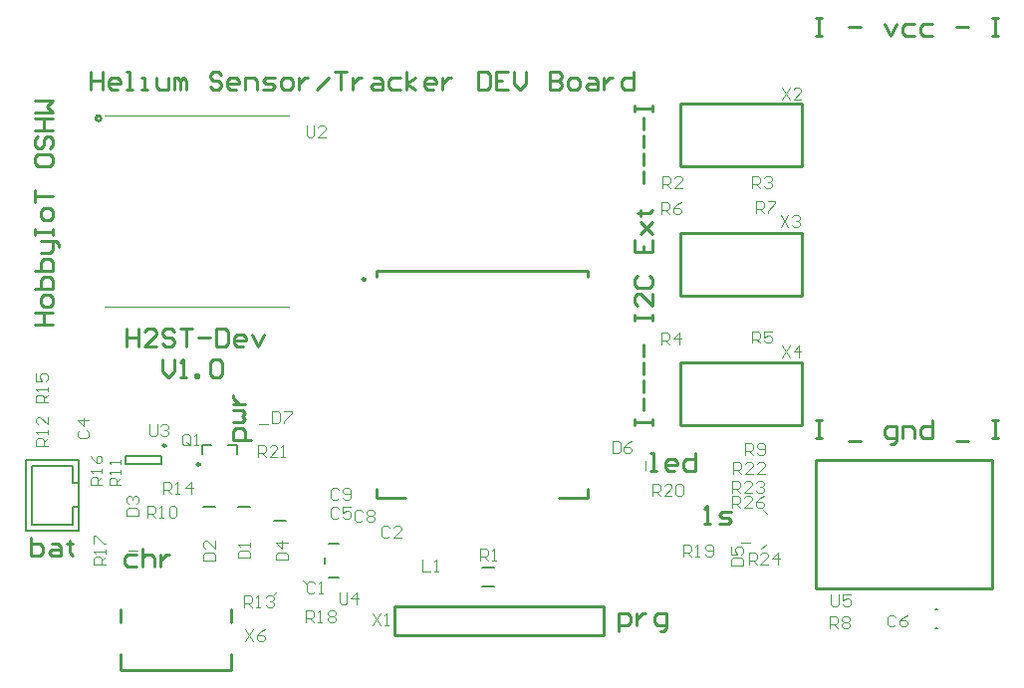
<source format=gto>
G04*
G04 #@! TF.GenerationSoftware,Altium Limited,CircuitMaker,2.2.1 (2.2.1.6)*
G04*
G04 Layer_Color=15132400*
%FSLAX44Y44*%
%MOMM*%
G71*
G04*
G04 #@! TF.SameCoordinates,4DC394B6-E11D-4AB0-B304-EE3890279FAF*
G04*
G04*
G04 #@! TF.FilePolarity,Positive*
G04*
G01*
G75*
%ADD10C,0.2500*%
%ADD11C,0.2540*%
%ADD12C,0.1000*%
%ADD13C,0.2000*%
%ADD14C,0.2032*%
D10*
X126310Y176940D02*
G03*
X126310Y176940I-1250J0D01*
G01*
X155250Y161000D02*
G03*
X155250Y161000I-1250J0D01*
G01*
X295920Y318370D02*
G03*
X295920Y318370I-1250J0D01*
G01*
D11*
X71136Y455300D02*
G03*
X71136Y455300I-2236J0D01*
G01*
X679070Y164610D02*
X828930D01*
X679070Y55390D02*
X828930D01*
X679070D02*
Y164610D01*
X828930Y55390D02*
Y164610D01*
X305000Y320148D02*
Y325330D01*
X484832D01*
X485000Y132450D02*
Y139950D01*
X460000Y132450D02*
X485000D01*
X305000D02*
X330000D01*
X305000D02*
Y139950D01*
X484832Y320148D02*
Y325330D01*
X181990Y26670D02*
Y38100D01*
X88010Y26670D02*
Y38100D01*
Y-13970D02*
X182000D01*
X88000Y-13960D02*
X88010Y-13970D01*
X88000Y-13960D02*
Y0D01*
X182000Y-13970D02*
Y0D01*
X320554Y40192D02*
X421900D01*
X320300Y15808D02*
X421900D01*
X320300D02*
Y40192D01*
X498100Y15808D02*
Y40192D01*
X422154D02*
X498100D01*
X421900Y15808D02*
X498100D01*
X563558Y304603D02*
Y357603D01*
Y304603D02*
X666558D01*
Y357603D01*
X563558D02*
X666558D01*
X563558Y194603D02*
Y247603D01*
Y194603D02*
X666558D01*
Y247603D01*
X563558D02*
X666558D01*
X563558Y414603D02*
Y467603D01*
Y414603D02*
X666558D01*
Y467603D01*
X563558D02*
X666558D01*
X524382Y194154D02*
Y199232D01*
Y196693D01*
X539618D01*
Y194154D01*
Y199232D01*
X532000Y206850D02*
Y217007D01*
Y222085D02*
Y232242D01*
Y237320D02*
Y247477D01*
Y252555D02*
Y262712D01*
X524382Y283025D02*
Y288104D01*
Y285564D01*
X539618D01*
Y283025D01*
Y288104D01*
Y305878D02*
Y295721D01*
X529461Y305878D01*
X526922D01*
X524382Y303339D01*
Y298260D01*
X526922Y295721D01*
Y321113D02*
X524382Y318574D01*
Y313495D01*
X526922Y310956D01*
X537078D01*
X539618Y313495D01*
Y318574D01*
X537078Y321113D01*
X524382Y351583D02*
Y341426D01*
X539618D01*
Y351583D01*
X532000Y341426D02*
Y346505D01*
X529461Y356661D02*
X539618Y366818D01*
X534539Y361740D01*
X529461Y366818D01*
X539618Y356661D01*
X526922Y374436D02*
X529461D01*
Y371896D01*
Y376975D01*
Y374436D01*
X537078D01*
X539618Y376975D01*
X532000Y399827D02*
Y409984D01*
Y415062D02*
Y425219D01*
Y430298D02*
Y440454D01*
Y445533D02*
Y455689D01*
X524382Y460768D02*
Y465846D01*
Y463307D01*
X539618D01*
Y460768D01*
Y465846D01*
X92599Y276618D02*
Y261383D01*
Y269000D01*
X102756D01*
Y276618D01*
Y261383D01*
X117991D02*
X107834D01*
X117991Y271539D01*
Y274078D01*
X115451Y276618D01*
X110373D01*
X107834Y274078D01*
X133226D02*
X130687Y276618D01*
X125608D01*
X123069Y274078D01*
Y271539D01*
X125608Y269000D01*
X130687D01*
X133226Y266461D01*
Y263922D01*
X130687Y261383D01*
X125608D01*
X123069Y263922D01*
X138304Y276618D02*
X148461D01*
X143383D01*
Y261383D01*
X153539Y269000D02*
X163696D01*
X168774Y276618D02*
Y261383D01*
X176392D01*
X178931Y263922D01*
Y274078D01*
X176392Y276618D01*
X168774D01*
X191627Y261383D02*
X186549D01*
X184009Y263922D01*
Y269000D01*
X186549Y271539D01*
X191627D01*
X194166Y269000D01*
Y266461D01*
X184009D01*
X199244Y271539D02*
X204323Y261383D01*
X209401Y271539D01*
X11226Y98617D02*
Y83383D01*
X18843D01*
X21383Y85922D01*
Y88461D01*
Y91000D01*
X18843Y93539D01*
X11226D01*
X29000D02*
X34078D01*
X36618Y91000D01*
Y83383D01*
X29000D01*
X26461Y85922D01*
X29000Y88461D01*
X36618D01*
X44235Y96078D02*
Y93539D01*
X41696D01*
X46774D01*
X44235D01*
Y85922D01*
X46774Y83383D01*
X510687Y19382D02*
Y34618D01*
X518304D01*
X520843Y32078D01*
Y27000D01*
X518304Y24461D01*
X510687D01*
X525922Y34618D02*
Y24461D01*
Y29539D01*
X528461Y32078D01*
X531000Y34618D01*
X533539D01*
X546235Y19382D02*
X548774D01*
X551314Y21922D01*
Y34618D01*
X543696D01*
X541157Y32078D01*
Y27000D01*
X543696Y24461D01*
X551314D01*
X123608Y250618D02*
Y240461D01*
X128687Y235382D01*
X133765Y240461D01*
Y250618D01*
X138843Y235382D02*
X143922D01*
X141383D01*
Y250618D01*
X138843Y248078D01*
X151539Y235382D02*
Y237922D01*
X154078D01*
Y235382D01*
X151539D01*
X164235Y248078D02*
X166774Y250618D01*
X171853D01*
X174392Y248078D01*
Y237922D01*
X171853Y235382D01*
X166774D01*
X164235Y237922D01*
Y248078D01*
X678555Y540617D02*
X683633D01*
X681094D01*
Y525382D01*
X678555D01*
X683633D01*
X706486Y533000D02*
X716643D01*
X736956Y535539D02*
X742035Y525382D01*
X747113Y535539D01*
X762348D02*
X754730D01*
X752191Y533000D01*
Y527922D01*
X754730Y525382D01*
X762348D01*
X777583Y535539D02*
X769966D01*
X767426Y533000D01*
Y527922D01*
X769966Y525382D01*
X777583D01*
X797896Y533000D02*
X808053D01*
X828367Y540617D02*
X833445D01*
X830906D01*
Y525382D01*
X828367D01*
X833445D01*
X678555Y198157D02*
X683633D01*
X681094D01*
Y182922D01*
X678555D01*
X683633D01*
X706486Y180382D02*
X716643D01*
X742035Y177843D02*
X744574D01*
X747113Y180382D01*
Y193078D01*
X739495D01*
X736956Y190539D01*
Y185461D01*
X739495Y182922D01*
X747113D01*
X752191D02*
Y193078D01*
X759809D01*
X762348Y190539D01*
Y182922D01*
X777583Y198157D02*
Y182922D01*
X769966D01*
X767426Y185461D01*
Y190539D01*
X769966Y193078D01*
X777583D01*
X797896Y180382D02*
X808053D01*
X828367Y198157D02*
X833445D01*
X830906D01*
Y182922D01*
X828367D01*
X833445D01*
X198617Y181956D02*
X183382D01*
Y189574D01*
X185922Y192113D01*
X191000D01*
X193539Y189574D01*
Y181956D01*
X183382Y197191D02*
X191000D01*
X193539Y199730D01*
X191000Y202270D01*
X193539Y204809D01*
X191000Y207348D01*
X183382D01*
Y212426D02*
X193539D01*
X188461D01*
X185922Y214965D01*
X183382Y217505D01*
Y220044D01*
X14843Y279781D02*
X30078D01*
X22461D01*
Y289937D01*
X14843D01*
X30078D01*
Y297555D02*
Y302633D01*
X27539Y305173D01*
X22461D01*
X19922Y302633D01*
Y297555D01*
X22461Y295016D01*
X27539D01*
X30078Y297555D01*
X14843Y310251D02*
X30078D01*
Y317868D01*
X27539Y320408D01*
X25000D01*
X22461D01*
X19922Y317868D01*
Y310251D01*
X14843Y325486D02*
X30078D01*
Y333104D01*
X27539Y335643D01*
X25000D01*
X22461D01*
X19922Y333104D01*
Y325486D01*
Y340721D02*
X27539D01*
X30078Y343260D01*
Y350878D01*
X32617D01*
X35157Y348339D01*
Y345799D01*
X30078Y350878D02*
X19922D01*
X14843Y355956D02*
Y361035D01*
Y358495D01*
X30078D01*
Y355956D01*
Y361035D01*
Y371191D02*
Y376270D01*
X27539Y378809D01*
X22461D01*
X19922Y376270D01*
Y371191D01*
X22461Y368652D01*
X27539D01*
X30078Y371191D01*
X14843Y383887D02*
Y394044D01*
Y388965D01*
X30078D01*
X14843Y421975D02*
Y416897D01*
X17383Y414357D01*
X27539D01*
X30078Y416897D01*
Y421975D01*
X27539Y424514D01*
X17383D01*
X14843Y421975D01*
X17383Y439749D02*
X14843Y437210D01*
Y432132D01*
X17383Y429592D01*
X19922D01*
X22461Y432132D01*
Y437210D01*
X25000Y439749D01*
X27539D01*
X30078Y437210D01*
Y432132D01*
X27539Y429592D01*
X14843Y444827D02*
X30078D01*
X22461D01*
Y454984D01*
X14843D01*
X30078D01*
X14843Y460062D02*
X30078D01*
X25000Y465141D01*
X30078Y470219D01*
X14843D01*
X537956Y155382D02*
X543035D01*
X540495D01*
Y170618D01*
X537956D01*
X558270Y155382D02*
X553191D01*
X550652Y157922D01*
Y163000D01*
X553191Y165539D01*
X558270D01*
X560809Y163000D01*
Y160461D01*
X550652D01*
X576044Y170618D02*
Y155382D01*
X568426D01*
X565887Y157922D01*
Y163000D01*
X568426Y165539D01*
X576044D01*
X583574Y110382D02*
X588652D01*
X586113D01*
Y125618D01*
X583574Y123078D01*
X596270Y110382D02*
X603887D01*
X606426Y112922D01*
X603887Y115461D01*
X598809D01*
X596270Y118000D01*
X598809Y120539D01*
X606426D01*
X101113Y84539D02*
X93495D01*
X90956Y82000D01*
Y76922D01*
X93495Y74383D01*
X101113D01*
X106191Y89618D02*
Y74383D01*
Y82000D01*
X108730Y84539D01*
X113809D01*
X116348Y82000D01*
Y74383D01*
X121426Y84539D02*
Y74383D01*
Y79461D01*
X123966Y82000D01*
X126505Y84539D01*
X129044D01*
X61935Y494618D02*
Y479383D01*
Y487000D01*
X72091D01*
Y494618D01*
Y479383D01*
X84787D02*
X79709D01*
X77170Y481922D01*
Y487000D01*
X79709Y489539D01*
X84787D01*
X87326Y487000D01*
Y484461D01*
X77170D01*
X92405Y479383D02*
X97483D01*
X94944D01*
Y494618D01*
X92405D01*
X105101Y479383D02*
X110179D01*
X107640D01*
Y489539D01*
X105101D01*
X117797D02*
Y481922D01*
X120336Y479383D01*
X127953D01*
Y489539D01*
X133032Y479383D02*
Y489539D01*
X135571D01*
X138110Y487000D01*
Y479383D01*
Y487000D01*
X140649Y489539D01*
X143188Y487000D01*
Y479383D01*
X173659Y492078D02*
X171119Y494618D01*
X166041D01*
X163502Y492078D01*
Y489539D01*
X166041Y487000D01*
X171119D01*
X173659Y484461D01*
Y481922D01*
X171119Y479383D01*
X166041D01*
X163502Y481922D01*
X186355Y479383D02*
X181276D01*
X178737Y481922D01*
Y487000D01*
X181276Y489539D01*
X186355D01*
X188894Y487000D01*
Y484461D01*
X178737D01*
X193972Y479383D02*
Y489539D01*
X201590D01*
X204129Y487000D01*
Y479383D01*
X209207D02*
X216825D01*
X219364Y481922D01*
X216825Y484461D01*
X211746D01*
X209207Y487000D01*
X211746Y489539D01*
X219364D01*
X226981Y479383D02*
X232060D01*
X234599Y481922D01*
Y487000D01*
X232060Y489539D01*
X226981D01*
X224442Y487000D01*
Y481922D01*
X226981Y479383D01*
X239677Y489539D02*
Y479383D01*
Y484461D01*
X242216Y487000D01*
X244756Y489539D01*
X247295D01*
X254912Y479383D02*
X265069Y489539D01*
X270147Y494618D02*
X280304D01*
X275226D01*
Y479383D01*
X285382Y489539D02*
Y479383D01*
Y484461D01*
X287922Y487000D01*
X290461Y489539D01*
X293000D01*
X303157D02*
X308235D01*
X310774Y487000D01*
Y479383D01*
X303157D01*
X300618Y481922D01*
X303157Y484461D01*
X310774D01*
X326009Y489539D02*
X318392D01*
X315853Y487000D01*
Y481922D01*
X318392Y479383D01*
X326009D01*
X331088D02*
Y494618D01*
Y484461D02*
X338705Y489539D01*
X331088Y484461D02*
X338705Y479383D01*
X353940D02*
X348862D01*
X346323Y481922D01*
Y487000D01*
X348862Y489539D01*
X353940D01*
X356479Y487000D01*
Y484461D01*
X346323D01*
X361558Y489539D02*
Y479383D01*
Y484461D01*
X364097Y487000D01*
X366636Y489539D01*
X369175D01*
X392028Y494618D02*
Y479383D01*
X399646D01*
X402185Y481922D01*
Y492078D01*
X399646Y494618D01*
X392028D01*
X417420D02*
X407263D01*
Y479383D01*
X417420D01*
X407263Y487000D02*
X412341D01*
X422498Y494618D02*
Y484461D01*
X427576Y479383D01*
X432655Y484461D01*
Y494618D01*
X452968D02*
Y479383D01*
X460586D01*
X463125Y481922D01*
Y484461D01*
X460586Y487000D01*
X452968D01*
X460586D01*
X463125Y489539D01*
Y492078D01*
X460586Y494618D01*
X452968D01*
X470742Y479383D02*
X475821D01*
X478360Y481922D01*
Y487000D01*
X475821Y489539D01*
X470742D01*
X468203Y487000D01*
Y481922D01*
X470742Y479383D01*
X485978Y489539D02*
X491056D01*
X493595Y487000D01*
Y479383D01*
X485978D01*
X483438Y481922D01*
X485978Y484461D01*
X493595D01*
X498674Y489539D02*
Y479383D01*
Y484461D01*
X501213Y487000D01*
X503752Y489539D01*
X506291D01*
X524065Y494618D02*
Y479383D01*
X516448D01*
X513909Y481922D01*
Y487000D01*
X516448Y489539D01*
X524065D01*
D12*
X632000Y89000D02*
X636000Y93000D01*
X634000Y122000D02*
X637000Y119000D01*
X218000Y50000D02*
X221000Y53000D01*
X243000Y62000D02*
X245000Y60000D01*
X205190Y195030D02*
X212810D01*
X94440Y87780D02*
X102060D01*
X615430Y94410D02*
X623050D01*
X533970Y156190D02*
Y163810D01*
X73900Y457300D02*
X230900D01*
X73900Y295300D02*
X230900D01*
X344336Y79998D02*
Y70002D01*
X351000D01*
X354332D02*
X357664D01*
X355998D01*
Y79998D01*
X354332Y78332D01*
X273334Y139332D02*
X271668Y140998D01*
X268335D01*
X266669Y139332D01*
Y132668D01*
X268335Y131002D01*
X271668D01*
X273334Y132668D01*
X276666D02*
X278332Y131002D01*
X281665D01*
X283331Y132668D01*
Y139332D01*
X281665Y140998D01*
X278332D01*
X276666Y139332D01*
Y137666D01*
X278332Y136000D01*
X283331D01*
X293334Y120332D02*
X291668Y121998D01*
X288335D01*
X286669Y120332D01*
Y113668D01*
X288335Y112002D01*
X291668D01*
X293334Y113668D01*
X296666Y120332D02*
X298332Y121998D01*
X301665D01*
X303331Y120332D01*
Y118666D01*
X301665Y117000D01*
X303331Y115334D01*
Y113668D01*
X301665Y112002D01*
X298332D01*
X296666Y113668D01*
Y115334D01*
X298332Y117000D01*
X296666Y118666D01*
Y120332D01*
X298332Y117000D02*
X301665D01*
X621671Y76002D02*
Y85998D01*
X626669D01*
X628335Y84332D01*
Y81000D01*
X626669Y79334D01*
X621671D01*
X625003D02*
X628335Y76002D01*
X638332D02*
X631668D01*
X638332Y82666D01*
Y84332D01*
X636666Y85998D01*
X633334D01*
X631668Y84332D01*
X646663Y76002D02*
Y85998D01*
X641665Y81000D01*
X648329D01*
X618669Y169002D02*
Y178998D01*
X623668D01*
X625334Y177332D01*
Y174000D01*
X623668Y172334D01*
X618669D01*
X622002D02*
X625334Y169002D01*
X628666Y170668D02*
X630332Y169002D01*
X633665D01*
X635331Y170668D01*
Y177332D01*
X633665Y178998D01*
X630332D01*
X628666Y177332D01*
Y175666D01*
X630332Y174000D01*
X635331D01*
X690669Y22002D02*
Y31998D01*
X695668D01*
X697334Y30332D01*
Y27000D01*
X695668Y25334D01*
X690669D01*
X694002D02*
X697334Y22002D01*
X700666Y30332D02*
X702332Y31998D01*
X705665D01*
X707331Y30332D01*
Y28666D01*
X705665Y27000D01*
X707331Y25334D01*
Y23668D01*
X705665Y22002D01*
X702332D01*
X700666Y23668D01*
Y25334D01*
X702332Y27000D01*
X700666Y28666D01*
Y30332D01*
X702332Y27000D02*
X705665D01*
X607671Y124002D02*
Y133998D01*
X612669D01*
X614336Y132332D01*
Y129000D01*
X612669Y127334D01*
X607671D01*
X611003D02*
X614336Y124002D01*
X624332D02*
X617668D01*
X624332Y130666D01*
Y132332D01*
X622666Y133998D01*
X619334D01*
X617668Y132332D01*
X634329Y133998D02*
X630997Y132332D01*
X627664Y129000D01*
Y125668D01*
X629331Y124002D01*
X632663D01*
X634329Y125668D01*
Y127334D01*
X632663Y129000D01*
X627664D01*
X607671Y137002D02*
Y146998D01*
X612669D01*
X614336Y145332D01*
Y142000D01*
X612669Y140334D01*
X607671D01*
X611003D02*
X614336Y137002D01*
X624332D02*
X617668D01*
X624332Y143666D01*
Y145332D01*
X622666Y146998D01*
X619334D01*
X617668Y145332D01*
X627664D02*
X629331Y146998D01*
X632663D01*
X634329Y145332D01*
Y143666D01*
X632663Y142000D01*
X630997D01*
X632663D01*
X634329Y140334D01*
Y138668D01*
X632663Y137002D01*
X629331D01*
X627664Y138668D01*
X608671Y153002D02*
Y162998D01*
X613669D01*
X615336Y161332D01*
Y158000D01*
X613669Y156334D01*
X608671D01*
X612003D02*
X615336Y153002D01*
X625332D02*
X618668D01*
X625332Y159666D01*
Y161332D01*
X623666Y162998D01*
X620334D01*
X618668Y161332D01*
X635329Y153002D02*
X628665D01*
X635329Y159666D01*
Y161332D01*
X633663Y162998D01*
X630331D01*
X628665Y161332D01*
X746334Y31332D02*
X744668Y32998D01*
X741336D01*
X739669Y31332D01*
Y24668D01*
X741336Y23002D01*
X744668D01*
X746334Y24668D01*
X756331Y32998D02*
X752998Y31332D01*
X749666Y28000D01*
Y24668D01*
X751332Y23002D01*
X754665D01*
X756331Y24668D01*
Y26334D01*
X754665Y28000D01*
X749666D01*
X691669Y49998D02*
Y41668D01*
X693335Y40002D01*
X696668D01*
X698334Y41668D01*
Y49998D01*
X708331D02*
X701666D01*
Y45000D01*
X704998Y46666D01*
X706665D01*
X708331Y45000D01*
Y41668D01*
X706665Y40002D01*
X703332D01*
X701666Y41668D01*
X204337Y167002D02*
Y176998D01*
X209335D01*
X211002Y175332D01*
Y172000D01*
X209335Y170334D01*
X204337D01*
X207669D02*
X211002Y167002D01*
X220998D02*
X214334D01*
X220998Y173666D01*
Y175332D01*
X219332Y176998D01*
X216000D01*
X214334Y175332D01*
X224331Y167002D02*
X227663D01*
X225997D01*
Y176998D01*
X224331Y175332D01*
X539671Y134002D02*
Y143998D01*
X544669D01*
X546335Y142332D01*
Y139000D01*
X544669Y137334D01*
X539671D01*
X543003D02*
X546335Y134002D01*
X556332D02*
X549668D01*
X556332Y140666D01*
Y142332D01*
X554666Y143998D01*
X551334D01*
X549668Y142332D01*
X559664D02*
X561331Y143998D01*
X564663D01*
X566329Y142332D01*
Y135668D01*
X564663Y134002D01*
X561331D01*
X559664Y135668D01*
Y142332D01*
X566504Y83002D02*
Y92998D01*
X571502D01*
X573169Y91332D01*
Y88000D01*
X571502Y86334D01*
X566504D01*
X569836D02*
X573169Y83002D01*
X576501D02*
X579833D01*
X578167D01*
Y92998D01*
X576501Y91332D01*
X584832Y84668D02*
X586498Y83002D01*
X589830D01*
X591496Y84668D01*
Y91332D01*
X589830Y92998D01*
X586498D01*
X584832Y91332D01*
Y89666D01*
X586498Y88000D01*
X591496D01*
X216669Y205998D02*
Y196002D01*
X221668D01*
X223334Y197668D01*
Y204332D01*
X221668Y205998D01*
X216669D01*
X226666D02*
X233331D01*
Y204332D01*
X226666Y197668D01*
Y196002D01*
X505669Y180998D02*
Y171002D01*
X510668D01*
X512334Y172668D01*
Y179332D01*
X510668Y180998D01*
X505669D01*
X522331D02*
X518998Y179332D01*
X515666Y176000D01*
Y172668D01*
X517332Y171002D01*
X520664D01*
X522331Y172668D01*
Y174334D01*
X520664Y176000D01*
X515666D01*
X607002Y74669D02*
X616998D01*
Y79668D01*
X615332Y81334D01*
X608668D01*
X607002Y79668D01*
Y74669D01*
Y91331D02*
Y84666D01*
X612000D01*
X610334Y87998D01*
Y89664D01*
X612000Y91331D01*
X615332D01*
X616998Y89664D01*
Y86332D01*
X615332Y84666D01*
X110504Y116002D02*
Y125998D01*
X115502D01*
X117169Y124332D01*
Y121000D01*
X115502Y119334D01*
X110504D01*
X113836D02*
X117169Y116002D01*
X120501D02*
X123833D01*
X122167D01*
Y125998D01*
X120501Y124332D01*
X128832D02*
X130498Y125998D01*
X133830D01*
X135496Y124332D01*
Y117668D01*
X133830Y116002D01*
X130498D01*
X128832Y117668D01*
Y124332D01*
X74998Y75504D02*
X65002D01*
Y80503D01*
X66668Y82169D01*
X70000D01*
X71666Y80503D01*
Y75504D01*
Y78836D02*
X74998Y82169D01*
Y85501D02*
Y88833D01*
Y87167D01*
X65002D01*
X66668Y85501D01*
X65002Y93832D02*
Y100496D01*
X66668D01*
X73332Y93832D01*
X74998D01*
X93002Y117669D02*
X102998D01*
Y122668D01*
X101332Y124334D01*
X94668D01*
X93002Y122668D01*
Y117669D01*
X94668Y127666D02*
X93002Y129332D01*
Y132665D01*
X94668Y134331D01*
X96334D01*
X98000Y132665D01*
Y130998D01*
Y132665D01*
X99666Y134331D01*
X101332D01*
X102998Y132665D01*
Y129332D01*
X101332Y127666D01*
X193669Y20998D02*
X200334Y11002D01*
Y20998D02*
X193669Y11002D01*
X210331Y20998D02*
X206998Y19332D01*
X203666Y16000D01*
Y12668D01*
X205332Y11002D01*
X208664D01*
X210331Y12668D01*
Y14334D01*
X208664Y16000D01*
X203666D01*
X393335Y79002D02*
Y88998D01*
X398334D01*
X400000Y87332D01*
Y84000D01*
X398334Y82334D01*
X393335D01*
X396668D02*
X400000Y79002D01*
X403332D02*
X406665D01*
X404998D01*
Y88998D01*
X403332Y87332D01*
X71998Y143504D02*
X62002D01*
Y148502D01*
X63668Y150169D01*
X67000D01*
X68666Y148502D01*
Y143504D01*
Y146836D02*
X71998Y150169D01*
Y153501D02*
Y156833D01*
Y155167D01*
X62002D01*
X63668Y153501D01*
X62002Y168496D02*
X63668Y165164D01*
X67000Y161831D01*
X70332D01*
X71998Y163498D01*
Y166830D01*
X70332Y168496D01*
X68666D01*
X67000Y166830D01*
Y161831D01*
X87998Y143170D02*
X78002D01*
Y148169D01*
X79668Y149835D01*
X83000D01*
X84666Y148169D01*
Y143170D01*
Y146502D02*
X87998Y149835D01*
Y153167D02*
Y156499D01*
Y154833D01*
X78002D01*
X79668Y153167D01*
X87998Y161498D02*
Y164830D01*
Y163164D01*
X78002D01*
X79668Y161498D01*
X25998Y213504D02*
X16002D01*
Y218502D01*
X17668Y220168D01*
X21000D01*
X22666Y218502D01*
Y213504D01*
Y216836D02*
X25998Y220168D01*
Y223501D02*
Y226833D01*
Y225167D01*
X16002D01*
X17668Y223501D01*
X16002Y238496D02*
Y231831D01*
X21000D01*
X19334Y235164D01*
Y236830D01*
X21000Y238496D01*
X24332D01*
X25998Y236830D01*
Y233498D01*
X24332Y231831D01*
X25998Y176504D02*
X16002D01*
Y181502D01*
X17668Y183169D01*
X21000D01*
X22666Y181502D01*
Y176504D01*
Y179836D02*
X25998Y183169D01*
Y186501D02*
Y189833D01*
Y188167D01*
X16002D01*
X17668Y186501D01*
X25998Y201496D02*
Y194832D01*
X19334Y201496D01*
X17668D01*
X16002Y199830D01*
Y196498D01*
X17668Y194832D01*
X188002Y81335D02*
X197998D01*
Y86334D01*
X196332Y88000D01*
X189668D01*
X188002Y86334D01*
Y81335D01*
X197998Y91332D02*
Y94664D01*
Y92998D01*
X188002D01*
X189668Y91332D01*
X52668Y190334D02*
X51002Y188668D01*
Y185336D01*
X52668Y183669D01*
X59332D01*
X60998Y185336D01*
Y188668D01*
X59332Y190334D01*
X60998Y198664D02*
X51002D01*
X56000Y193666D01*
Y200331D01*
X648669Y372998D02*
X655334Y363002D01*
Y372998D02*
X648669Y363002D01*
X658666Y371332D02*
X660332Y372998D01*
X663664D01*
X665331Y371332D01*
Y369666D01*
X663664Y368000D01*
X661998D01*
X663664D01*
X665331Y366334D01*
Y364668D01*
X663664Y363002D01*
X660332D01*
X658666Y364668D01*
X649669Y261998D02*
X656334Y252002D01*
Y261998D02*
X649669Y252002D01*
X664665D02*
Y261998D01*
X659666Y257000D01*
X666331D01*
X624669Y264248D02*
Y274244D01*
X629668D01*
X631334Y272578D01*
Y269246D01*
X629668Y267580D01*
X624669D01*
X628002D02*
X631334Y264248D01*
X641331Y274244D02*
X634666D01*
Y269246D01*
X637998Y270912D01*
X639665D01*
X641331Y269246D01*
Y265914D01*
X639665Y264248D01*
X636332D01*
X634666Y265914D01*
X547669Y263248D02*
Y273244D01*
X552668D01*
X554334Y271578D01*
Y268246D01*
X552668Y266580D01*
X547669D01*
X551002D02*
X554334Y263248D01*
X562665D02*
Y273244D01*
X557666Y268246D01*
X564331D01*
X627669Y375002D02*
Y384998D01*
X632668D01*
X634334Y383332D01*
Y380000D01*
X632668Y378334D01*
X627669D01*
X631002D02*
X634334Y375002D01*
X637666Y384998D02*
X644331D01*
Y383332D01*
X637666Y376668D01*
Y375002D01*
X547669Y374002D02*
Y383998D01*
X552668D01*
X554334Y382332D01*
Y379000D01*
X552668Y377334D01*
X547669D01*
X551002D02*
X554334Y374002D01*
X564331Y383998D02*
X560998Y382332D01*
X557666Y379000D01*
Y375668D01*
X559332Y374002D01*
X562664D01*
X564331Y375668D01*
Y377334D01*
X562664Y379000D01*
X557666D01*
X245504Y27002D02*
Y36998D01*
X250502D01*
X252169Y35332D01*
Y32000D01*
X250502Y30334D01*
X245504D01*
X248836D02*
X252169Y27002D01*
X255501D02*
X258833D01*
X257167D01*
Y36998D01*
X255501Y35332D01*
X263832D02*
X265498Y36998D01*
X268830D01*
X270496Y35332D01*
Y33666D01*
X268830Y32000D01*
X270496Y30334D01*
Y28668D01*
X268830Y27002D01*
X265498D01*
X263832Y28668D01*
Y30334D01*
X265498Y32000D01*
X263832Y33666D01*
Y35332D01*
X265498Y32000D02*
X268830D01*
X192754Y39412D02*
Y49409D01*
X197752D01*
X199419Y47742D01*
Y44410D01*
X197752Y42744D01*
X192754D01*
X196086D02*
X199419Y39412D01*
X202751D02*
X206083D01*
X204417D01*
Y49409D01*
X202751Y47742D01*
X211082D02*
X212748Y49409D01*
X216080D01*
X217746Y47742D01*
Y46076D01*
X216080Y44410D01*
X214414D01*
X216080D01*
X217746Y42744D01*
Y41078D01*
X216080Y39412D01*
X212748D01*
X211082Y41078D01*
X316084Y107332D02*
X314418Y108998D01*
X311085D01*
X309419Y107332D01*
Y100668D01*
X311085Y99002D01*
X314418D01*
X316084Y100668D01*
X326081Y99002D02*
X319416D01*
X326081Y105666D01*
Y107332D01*
X324414Y108998D01*
X321082D01*
X319416Y107332D01*
X253000Y59332D02*
X251334Y60998D01*
X248002D01*
X246336Y59332D01*
Y52668D01*
X248002Y51002D01*
X251334D01*
X253000Y52668D01*
X256332Y51002D02*
X259664D01*
X257998D01*
Y60998D01*
X256332Y59332D01*
X273334Y123332D02*
X271668Y124998D01*
X268335D01*
X266669Y123332D01*
Y116668D01*
X268335Y115002D01*
X271668D01*
X273334Y116668D01*
X283331Y124998D02*
X276666D01*
Y120000D01*
X279998Y121666D01*
X281665D01*
X283331Y120000D01*
Y116668D01*
X281665Y115002D01*
X278332D01*
X276666Y116668D01*
X273669Y51998D02*
Y43668D01*
X275336Y42002D01*
X278668D01*
X280334Y43668D01*
Y51998D01*
X288664Y42002D02*
Y51998D01*
X283666Y47000D01*
X290331D01*
X147000Y178668D02*
Y185332D01*
X145334Y186998D01*
X142002D01*
X140336Y185332D01*
Y178668D01*
X142002Y177002D01*
X145334D01*
X143668Y180334D02*
X147000Y177002D01*
X145334D02*
X147000Y178668D01*
X150332Y177002D02*
X153665D01*
X151998D01*
Y186998D01*
X150332Y185332D01*
X124504Y136002D02*
Y145998D01*
X129502D01*
X131168Y144332D01*
Y141000D01*
X129502Y139334D01*
X124504D01*
X127836D02*
X131168Y136002D01*
X134501D02*
X137833D01*
X136167D01*
Y145998D01*
X134501Y144332D01*
X147830Y136002D02*
Y145998D01*
X142831Y141000D01*
X149496D01*
X220002Y79669D02*
X229998D01*
Y84668D01*
X228332Y86334D01*
X221668D01*
X220002Y84668D01*
Y79669D01*
X229998Y94664D02*
X220002D01*
X225000Y89666D01*
Y96331D01*
X158002Y79429D02*
X167998D01*
Y84428D01*
X166332Y86094D01*
X159668D01*
X158002Y84428D01*
Y79429D01*
X167998Y96091D02*
Y89426D01*
X161334Y96091D01*
X159668D01*
X158002Y94424D01*
Y91092D01*
X159668Y89426D01*
X111979Y195438D02*
Y187108D01*
X113645Y185442D01*
X116978D01*
X118644Y187108D01*
Y195438D01*
X121976Y193772D02*
X123642Y195438D01*
X126974D01*
X128641Y193772D01*
Y192106D01*
X126974Y190440D01*
X125308D01*
X126974D01*
X128641Y188774D01*
Y187108D01*
X126974Y185442D01*
X123642D01*
X121976Y187108D01*
X624669Y396002D02*
Y405998D01*
X629668D01*
X631334Y404332D01*
Y401000D01*
X629668Y399334D01*
X624669D01*
X628002D02*
X631334Y396002D01*
X634666Y404332D02*
X636332Y405998D01*
X639664D01*
X641331Y404332D01*
Y402666D01*
X639664Y401000D01*
X637998D01*
X639664D01*
X641331Y399334D01*
Y397668D01*
X639664Y396002D01*
X636332D01*
X634666Y397668D01*
X548669Y396002D02*
Y405998D01*
X553668D01*
X555334Y404332D01*
Y401000D01*
X553668Y399334D01*
X548669D01*
X552002D02*
X555334Y396002D01*
X565331D02*
X558666D01*
X565331Y402666D01*
Y404332D01*
X563665Y405998D01*
X560332D01*
X558666Y404332D01*
X302335Y33998D02*
X309000Y24002D01*
Y33998D02*
X302335Y24002D01*
X312332D02*
X315665D01*
X313998D01*
Y33998D01*
X312332Y32332D01*
X649669Y480998D02*
X656334Y471002D01*
Y480998D02*
X649669Y471002D01*
X666331D02*
X659666D01*
X666331Y477666D01*
Y479332D01*
X664665Y480998D01*
X661332D01*
X659666Y479332D01*
X245669Y448998D02*
Y440668D01*
X247335Y439002D01*
X250668D01*
X252334Y440668D01*
Y448998D01*
X262331Y439002D02*
X255666D01*
X262331Y445666D01*
Y447332D01*
X260665Y448998D01*
X257332D01*
X255666Y447332D01*
D13*
X395000Y57000D02*
X405000D01*
X395000Y73000D02*
X405000D01*
X91560Y161440D02*
X122560D01*
X91560Y168440D02*
X122560D01*
X91560Y161440D02*
Y168440D01*
X122560Y161440D02*
Y168440D01*
X218000Y113000D02*
X228000D01*
X188000Y125000D02*
X198000D01*
X179000Y177000D02*
X187000D01*
Y170000D02*
Y177000D01*
X157000D02*
X165000D01*
X157000Y170000D02*
Y177000D01*
X158000Y125000D02*
X168000D01*
X780000Y38000D02*
X782000D01*
X780000Y22000D02*
X782000D01*
X52000Y105000D02*
Y165000D01*
X7000Y105000D02*
X52000D01*
X7000D02*
Y165000D01*
X52000D01*
X47000Y110000D02*
Y125160D01*
X52000D01*
X47000Y145000D02*
X52000D01*
X47000D02*
Y160000D01*
X12000D02*
X47000D01*
X12000Y110000D02*
Y160000D01*
Y110000D02*
X47000D01*
D14*
X264705Y93224D02*
X273295D01*
X264705Y64776D02*
X273295D01*
X260895Y76315D02*
Y81685D01*
M02*

</source>
